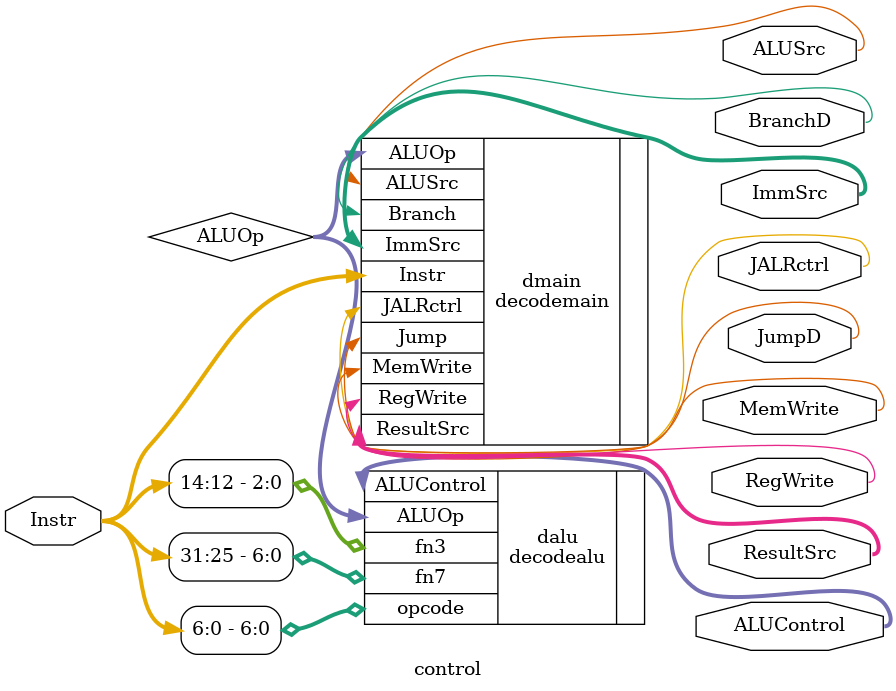
<source format=sv>
module control #(
    parameter D_WIDTH = 32
)(
    //input logic Zero, 
    input logic [D_WIDTH-1:0] Instr, //will need more than this later , for fn3 and 7

    //output logic PCSrc, 
    output logic [1:0] ResultSrc,
    output logic MemWrite,
    output logic [2:0] ALUControl,
    output logic ALUSrc,
    output logic [3:0] ImmSrc,  
    output logic RegWrite,
    output logic JumpD,
    output logic BranchD,
    output logic JALRctrl                
);

logic [1:0] ALUOp; 

decodemain dmain(
    //.opcode(Instr[6:0]),
    .Instr(Instr),
    .ResultSrc(ResultSrc),
    .MemWrite(MemWrite),
    .ALUSrc(ALUSrc),
    .ImmSrc(ImmSrc),  
    .RegWrite(RegWrite),
    .ALUOp(ALUOp),
    .Jump(JumpD),
    .Branch(BranchD),
    .JALRctrl(JALRctrl)
);

decodealu dalu(
    .opcode(Instr[6:0]),
    .ALUOp(ALUOp),
    .fn3(Instr[14:12]),
    .fn7(Instr[31:25]),
    .ALUControl(ALUControl)
);

endmodule

</source>
